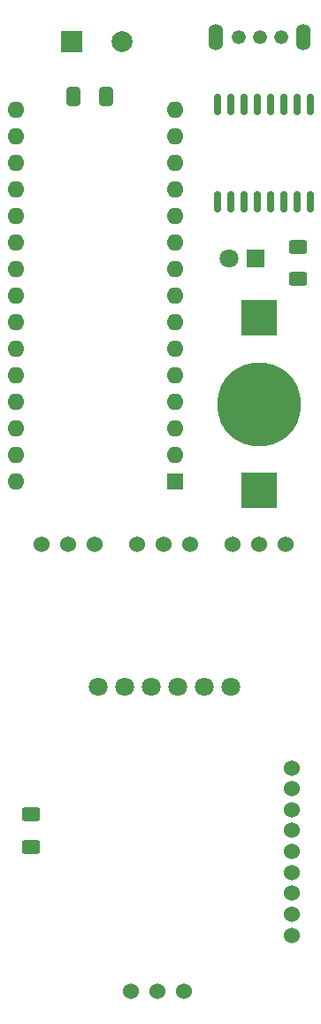
<source format=gbr>
%TF.GenerationSoftware,KiCad,Pcbnew,8.0.8*%
%TF.CreationDate,2025-07-07T15:36:10-04:00*%
%TF.ProjectId,V0.5.0,56302e35-2e30-42e6-9b69-6361645f7063,rev?*%
%TF.SameCoordinates,Original*%
%TF.FileFunction,Soldermask,Bot*%
%TF.FilePolarity,Negative*%
%FSLAX46Y46*%
G04 Gerber Fmt 4.6, Leading zero omitted, Abs format (unit mm)*
G04 Created by KiCad (PCBNEW 8.0.8) date 2025-07-07 15:36:10*
%MOMM*%
%LPD*%
G01*
G04 APERTURE LIST*
G04 Aperture macros list*
%AMRoundRect*
0 Rectangle with rounded corners*
0 $1 Rounding radius*
0 $2 $3 $4 $5 $6 $7 $8 $9 X,Y pos of 4 corners*
0 Add a 4 corners polygon primitive as box body*
4,1,4,$2,$3,$4,$5,$6,$7,$8,$9,$2,$3,0*
0 Add four circle primitives for the rounded corners*
1,1,$1+$1,$2,$3*
1,1,$1+$1,$4,$5*
1,1,$1+$1,$6,$7*
1,1,$1+$1,$8,$9*
0 Add four rect primitives between the rounded corners*
20,1,$1+$1,$2,$3,$4,$5,0*
20,1,$1+$1,$4,$5,$6,$7,0*
20,1,$1+$1,$6,$7,$8,$9,0*
20,1,$1+$1,$8,$9,$2,$3,0*%
G04 Aperture macros list end*
%ADD10C,1.324000*%
%ADD11O,1.424000X2.524000*%
%ADD12R,1.600000X1.600000*%
%ADD13O,1.600000X1.600000*%
%ADD14C,1.524000*%
%ADD15R,1.800000X1.800000*%
%ADD16C,1.800000*%
%ADD17RoundRect,0.250000X0.412500X0.650000X-0.412500X0.650000X-0.412500X-0.650000X0.412500X-0.650000X0*%
%ADD18RoundRect,0.250000X-0.625000X0.400000X-0.625000X-0.400000X0.625000X-0.400000X0.625000X0.400000X0*%
%ADD19RoundRect,0.150000X-0.150000X0.875000X-0.150000X-0.875000X0.150000X-0.875000X0.150000X0.875000X0*%
%ADD20R,3.500000X3.500000*%
%ADD21C,8.000000*%
%ADD22RoundRect,0.250000X0.625000X-0.400000X0.625000X0.400000X-0.625000X0.400000X-0.625000X-0.400000X0*%
%ADD23C,2.000000*%
%ADD24R,2.000000X2.000000*%
G04 APERTURE END LIST*
D10*
%TO.C,U3*%
X124732000Y-30120000D03*
X122700000Y-30120000D03*
X120668000Y-30120000D03*
D11*
X126891000Y-30120000D03*
X118509000Y-30120000D03*
%TD*%
D12*
%TO.C,A1*%
X114600000Y-72600000D03*
D13*
X114600000Y-70060000D03*
X114600000Y-67520000D03*
X114600000Y-64980000D03*
X114600000Y-62440000D03*
X114600000Y-59900000D03*
X114600000Y-57360000D03*
X114600000Y-54820000D03*
X114600000Y-52280000D03*
X114600000Y-49740000D03*
X114600000Y-47200000D03*
X114600000Y-44660000D03*
X114600000Y-42120000D03*
X114600000Y-39580000D03*
X114600000Y-37040000D03*
X99360000Y-37040000D03*
X99360000Y-39580000D03*
X99360000Y-42120000D03*
X99360000Y-44660000D03*
X99360000Y-47200000D03*
X99360000Y-49740000D03*
X99360000Y-52280000D03*
X99360000Y-54820000D03*
X99360000Y-57360000D03*
X99360000Y-59900000D03*
X99360000Y-62440000D03*
X99360000Y-64980000D03*
X99360000Y-67520000D03*
X99360000Y-70060000D03*
X99360000Y-72600000D03*
%TD*%
D14*
%TO.C,U7*%
X110920000Y-78610000D03*
X113460000Y-78610000D03*
X116000000Y-78610000D03*
%TD*%
%TO.C,U4*%
X101820000Y-78610000D03*
X104360000Y-78610000D03*
X106900000Y-78610000D03*
%TD*%
%TO.C,U5*%
X120120000Y-78610000D03*
X122660000Y-78610000D03*
X125200000Y-78610000D03*
%TD*%
%TO.C,U8*%
X110320000Y-121410000D03*
X112860000Y-121410000D03*
X115400000Y-121410000D03*
%TD*%
D15*
%TO.C,D1*%
X122300000Y-51300000D03*
D16*
X119760000Y-51300000D03*
%TD*%
D14*
%TO.C,U9*%
X125750000Y-116000000D03*
X125750000Y-114000000D03*
X125750000Y-112000000D03*
X125750000Y-110000000D03*
X125750000Y-108000000D03*
X125750000Y-106000000D03*
X125750000Y-104000000D03*
X125750000Y-102000000D03*
X125750000Y-100000000D03*
%TD*%
D17*
%TO.C,C1*%
X107962500Y-35800000D03*
X104837500Y-35800000D03*
%TD*%
D18*
%TO.C,R2*%
X126400000Y-50150000D03*
X126400000Y-53250000D03*
%TD*%
D19*
%TO.C,U6*%
X118655000Y-36550000D03*
X119925000Y-36550000D03*
X121195000Y-36550000D03*
X122465000Y-36550000D03*
X123735000Y-36550000D03*
X125005000Y-36550000D03*
X126275000Y-36550000D03*
X127545000Y-36550000D03*
X127545000Y-45850000D03*
X126275000Y-45850000D03*
X125005000Y-45850000D03*
X123735000Y-45850000D03*
X122465000Y-45850000D03*
X121195000Y-45850000D03*
X119925000Y-45850000D03*
X118655000Y-45850000D03*
%TD*%
D20*
%TO.C,BT1*%
X122600000Y-73455000D03*
X122600000Y-56945000D03*
D21*
X122600000Y-65200000D03*
%TD*%
D16*
%TO.C,U2*%
X107230000Y-92230000D03*
X109770000Y-92230000D03*
X112310000Y-92230000D03*
X114850000Y-92230000D03*
X117390000Y-92230000D03*
X119930000Y-92230000D03*
%TD*%
D22*
%TO.C,R1*%
X100800000Y-107550000D03*
X100800000Y-104450000D03*
%TD*%
D23*
%TO.C,U1*%
X109510000Y-30530000D03*
D24*
X104700000Y-30530000D03*
%TD*%
M02*

</source>
